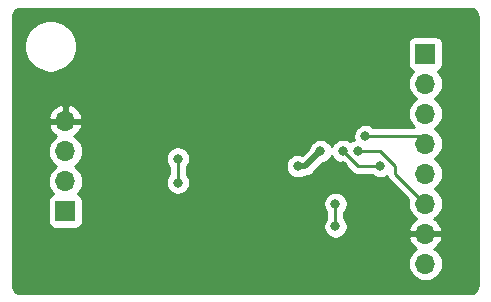
<source format=gbl>
G04 #@! TF.GenerationSoftware,KiCad,Pcbnew,(5.1.4)-1*
G04 #@! TF.CreationDate,2020-05-30T22:46:28-05:00*
G04 #@! TF.ProjectId,TrackballMod,54726163-6b62-4616-9c6c-4d6f642e6b69,rev?*
G04 #@! TF.SameCoordinates,Original*
G04 #@! TF.FileFunction,Copper,L2,Bot*
G04 #@! TF.FilePolarity,Positive*
%FSLAX46Y46*%
G04 Gerber Fmt 4.6, Leading zero omitted, Abs format (unit mm)*
G04 Created by KiCad (PCBNEW (5.1.4)-1) date 2020-05-30 22:46:28*
%MOMM*%
%LPD*%
G04 APERTURE LIST*
%ADD10O,1.700000X1.700000*%
%ADD11R,1.700000X1.700000*%
%ADD12C,0.800000*%
%ADD13C,0.500000*%
%ADD14C,0.250000*%
%ADD15C,0.254000*%
G04 APERTURE END LIST*
D10*
X88900000Y-58420000D03*
X88900000Y-60960000D03*
X88900000Y-63500000D03*
D11*
X88900000Y-66040000D03*
D10*
X119380000Y-70485000D03*
X119380000Y-67945000D03*
X119380000Y-65405000D03*
X119380000Y-62865000D03*
X119380000Y-60325000D03*
X119380000Y-57785000D03*
X119380000Y-55245000D03*
D11*
X119380000Y-52705000D03*
D12*
X103505000Y-60960000D03*
X106045000Y-64770000D03*
X114935000Y-54610000D03*
X111760000Y-54610000D03*
X112395000Y-62230000D03*
X102870000Y-69850000D03*
X110490000Y-72390000D03*
X95250000Y-72390000D03*
X92710000Y-57150000D03*
X108585000Y-54610000D03*
X108585000Y-60960000D03*
X95250000Y-53340000D03*
X108585000Y-62230000D03*
X110490000Y-60960000D03*
X98425000Y-61595000D03*
X98425000Y-63630000D03*
X111760000Y-67329742D03*
X111768168Y-65429732D03*
X113665001Y-60960000D03*
X112395000Y-60960000D03*
X115570000Y-62230000D03*
X114300000Y-59690000D03*
D13*
X108585000Y-62230000D02*
X109220000Y-62230000D01*
X109220000Y-62230000D02*
X110490000Y-60960000D01*
D14*
X98425000Y-61595000D02*
X98425000Y-63630000D01*
X111760000Y-65437900D02*
X111768168Y-65429732D01*
X111760000Y-67329742D02*
X111760000Y-65437900D01*
X115570000Y-60960000D02*
X113665001Y-60960000D01*
X115570000Y-60960000D02*
X116840000Y-62230000D01*
X116840000Y-62865000D02*
X119380000Y-65405000D01*
X116840000Y-62230000D02*
X116840000Y-62865000D01*
X112395000Y-60960000D02*
X113665000Y-62230000D01*
X113665000Y-62230000D02*
X115570000Y-62230000D01*
X118745000Y-59690000D02*
X119380000Y-60325000D01*
X114300000Y-59690000D02*
X118745000Y-59690000D01*
D15*
G36*
X123307869Y-48934722D02*
G01*
X123421246Y-48968953D01*
X123525819Y-49024555D01*
X123617596Y-49099407D01*
X123693091Y-49190664D01*
X123749419Y-49294844D01*
X123784440Y-49407976D01*
X123800001Y-49556031D01*
X123800000Y-72357721D01*
X123785278Y-72507869D01*
X123751047Y-72621246D01*
X123695446Y-72725817D01*
X123620594Y-72817595D01*
X123529335Y-72893091D01*
X123425160Y-72949419D01*
X123312024Y-72984440D01*
X123163979Y-73000000D01*
X85122279Y-73000000D01*
X84972131Y-72985278D01*
X84858754Y-72951047D01*
X84754183Y-72895446D01*
X84662405Y-72820594D01*
X84586909Y-72729335D01*
X84530581Y-72625160D01*
X84495560Y-72512024D01*
X84480000Y-72363979D01*
X84480000Y-70485000D01*
X117887815Y-70485000D01*
X117916487Y-70776111D01*
X118001401Y-71056034D01*
X118139294Y-71314014D01*
X118324866Y-71540134D01*
X118550986Y-71725706D01*
X118808966Y-71863599D01*
X119088889Y-71948513D01*
X119307050Y-71970000D01*
X119452950Y-71970000D01*
X119671111Y-71948513D01*
X119951034Y-71863599D01*
X120209014Y-71725706D01*
X120435134Y-71540134D01*
X120620706Y-71314014D01*
X120758599Y-71056034D01*
X120843513Y-70776111D01*
X120872185Y-70485000D01*
X120843513Y-70193889D01*
X120758599Y-69913966D01*
X120620706Y-69655986D01*
X120435134Y-69429866D01*
X120209014Y-69244294D01*
X120144477Y-69209799D01*
X120261355Y-69140178D01*
X120477588Y-68945269D01*
X120651641Y-68711920D01*
X120776825Y-68449099D01*
X120821476Y-68301890D01*
X120700155Y-68072000D01*
X119507000Y-68072000D01*
X119507000Y-68092000D01*
X119253000Y-68092000D01*
X119253000Y-68072000D01*
X118059845Y-68072000D01*
X117938524Y-68301890D01*
X117983175Y-68449099D01*
X118108359Y-68711920D01*
X118282412Y-68945269D01*
X118498645Y-69140178D01*
X118615523Y-69209799D01*
X118550986Y-69244294D01*
X118324866Y-69429866D01*
X118139294Y-69655986D01*
X118001401Y-69913966D01*
X117916487Y-70193889D01*
X117887815Y-70485000D01*
X84480000Y-70485000D01*
X84480000Y-60960000D01*
X87407815Y-60960000D01*
X87436487Y-61251111D01*
X87521401Y-61531034D01*
X87659294Y-61789014D01*
X87844866Y-62015134D01*
X88070986Y-62200706D01*
X88125791Y-62230000D01*
X88070986Y-62259294D01*
X87844866Y-62444866D01*
X87659294Y-62670986D01*
X87521401Y-62928966D01*
X87436487Y-63208889D01*
X87407815Y-63500000D01*
X87436487Y-63791111D01*
X87521401Y-64071034D01*
X87659294Y-64329014D01*
X87844866Y-64555134D01*
X87874687Y-64579607D01*
X87805820Y-64600498D01*
X87695506Y-64659463D01*
X87598815Y-64738815D01*
X87519463Y-64835506D01*
X87460498Y-64945820D01*
X87424188Y-65065518D01*
X87411928Y-65190000D01*
X87411928Y-66890000D01*
X87424188Y-67014482D01*
X87460498Y-67134180D01*
X87519463Y-67244494D01*
X87598815Y-67341185D01*
X87695506Y-67420537D01*
X87805820Y-67479502D01*
X87925518Y-67515812D01*
X88050000Y-67528072D01*
X89750000Y-67528072D01*
X89874482Y-67515812D01*
X89994180Y-67479502D01*
X90104494Y-67420537D01*
X90201185Y-67341185D01*
X90280537Y-67244494D01*
X90289458Y-67227803D01*
X110725000Y-67227803D01*
X110725000Y-67431681D01*
X110764774Y-67631640D01*
X110842795Y-67819998D01*
X110956063Y-67989516D01*
X111100226Y-68133679D01*
X111269744Y-68246947D01*
X111458102Y-68324968D01*
X111658061Y-68364742D01*
X111861939Y-68364742D01*
X112061898Y-68324968D01*
X112250256Y-68246947D01*
X112419774Y-68133679D01*
X112563937Y-67989516D01*
X112677205Y-67819998D01*
X112755226Y-67631640D01*
X112795000Y-67431681D01*
X112795000Y-67227803D01*
X112755226Y-67027844D01*
X112677205Y-66839486D01*
X112563937Y-66669968D01*
X112520000Y-66626031D01*
X112520000Y-66141611D01*
X112572105Y-66089506D01*
X112685373Y-65919988D01*
X112763394Y-65731630D01*
X112803168Y-65531671D01*
X112803168Y-65327793D01*
X112763394Y-65127834D01*
X112685373Y-64939476D01*
X112572105Y-64769958D01*
X112427942Y-64625795D01*
X112258424Y-64512527D01*
X112070066Y-64434506D01*
X111870107Y-64394732D01*
X111666229Y-64394732D01*
X111466270Y-64434506D01*
X111277912Y-64512527D01*
X111108394Y-64625795D01*
X110964231Y-64769958D01*
X110850963Y-64939476D01*
X110772942Y-65127834D01*
X110733168Y-65327793D01*
X110733168Y-65531671D01*
X110772942Y-65731630D01*
X110850963Y-65919988D01*
X110964231Y-66089506D01*
X111000001Y-66125276D01*
X111000000Y-66626031D01*
X110956063Y-66669968D01*
X110842795Y-66839486D01*
X110764774Y-67027844D01*
X110725000Y-67227803D01*
X90289458Y-67227803D01*
X90339502Y-67134180D01*
X90375812Y-67014482D01*
X90388072Y-66890000D01*
X90388072Y-65190000D01*
X90375812Y-65065518D01*
X90339502Y-64945820D01*
X90280537Y-64835506D01*
X90201185Y-64738815D01*
X90104494Y-64659463D01*
X89994180Y-64600498D01*
X89925313Y-64579607D01*
X89955134Y-64555134D01*
X90140706Y-64329014D01*
X90278599Y-64071034D01*
X90363513Y-63791111D01*
X90392185Y-63500000D01*
X90363513Y-63208889D01*
X90278599Y-62928966D01*
X90140706Y-62670986D01*
X89955134Y-62444866D01*
X89729014Y-62259294D01*
X89674209Y-62230000D01*
X89729014Y-62200706D01*
X89955134Y-62015134D01*
X90140706Y-61789014D01*
X90278599Y-61531034D01*
X90290118Y-61493061D01*
X97390000Y-61493061D01*
X97390000Y-61696939D01*
X97429774Y-61896898D01*
X97507795Y-62085256D01*
X97621063Y-62254774D01*
X97665000Y-62298711D01*
X97665001Y-62926288D01*
X97621063Y-62970226D01*
X97507795Y-63139744D01*
X97429774Y-63328102D01*
X97390000Y-63528061D01*
X97390000Y-63731939D01*
X97429774Y-63931898D01*
X97507795Y-64120256D01*
X97621063Y-64289774D01*
X97765226Y-64433937D01*
X97934744Y-64547205D01*
X98123102Y-64625226D01*
X98323061Y-64665000D01*
X98526939Y-64665000D01*
X98726898Y-64625226D01*
X98915256Y-64547205D01*
X99084774Y-64433937D01*
X99228937Y-64289774D01*
X99342205Y-64120256D01*
X99420226Y-63931898D01*
X99460000Y-63731939D01*
X99460000Y-63528061D01*
X99420226Y-63328102D01*
X99342205Y-63139744D01*
X99228937Y-62970226D01*
X99185000Y-62926289D01*
X99185000Y-62298711D01*
X99228937Y-62254774D01*
X99313603Y-62128061D01*
X107550000Y-62128061D01*
X107550000Y-62331939D01*
X107589774Y-62531898D01*
X107667795Y-62720256D01*
X107781063Y-62889774D01*
X107925226Y-63033937D01*
X108094744Y-63147205D01*
X108283102Y-63225226D01*
X108483061Y-63265000D01*
X108686939Y-63265000D01*
X108886898Y-63225226D01*
X109075256Y-63147205D01*
X109123454Y-63115000D01*
X109176531Y-63115000D01*
X109220000Y-63119281D01*
X109263469Y-63115000D01*
X109263477Y-63115000D01*
X109393490Y-63102195D01*
X109560313Y-63051589D01*
X109714059Y-62969411D01*
X109848817Y-62858817D01*
X109876534Y-62825044D01*
X110735044Y-61966535D01*
X110791898Y-61955226D01*
X110980256Y-61877205D01*
X111149774Y-61763937D01*
X111293937Y-61619774D01*
X111407205Y-61450256D01*
X111442500Y-61365047D01*
X111477795Y-61450256D01*
X111591063Y-61619774D01*
X111735226Y-61763937D01*
X111904744Y-61877205D01*
X112093102Y-61955226D01*
X112293061Y-61995000D01*
X112355199Y-61995000D01*
X113101201Y-62741003D01*
X113124999Y-62770001D01*
X113240724Y-62864974D01*
X113372753Y-62935546D01*
X113516014Y-62979003D01*
X113627667Y-62990000D01*
X113627676Y-62990000D01*
X113664999Y-62993676D01*
X113702322Y-62990000D01*
X114866289Y-62990000D01*
X114910226Y-63033937D01*
X115079744Y-63147205D01*
X115268102Y-63225226D01*
X115468061Y-63265000D01*
X115671939Y-63265000D01*
X115871898Y-63225226D01*
X116060256Y-63147205D01*
X116119417Y-63107675D01*
X116134454Y-63157247D01*
X116159037Y-63203236D01*
X116205026Y-63289276D01*
X116276201Y-63376002D01*
X116300000Y-63405001D01*
X116328998Y-63428799D01*
X117939203Y-65039005D01*
X117916487Y-65113889D01*
X117887815Y-65405000D01*
X117916487Y-65696111D01*
X118001401Y-65976034D01*
X118139294Y-66234014D01*
X118324866Y-66460134D01*
X118550986Y-66645706D01*
X118615523Y-66680201D01*
X118498645Y-66749822D01*
X118282412Y-66944731D01*
X118108359Y-67178080D01*
X117983175Y-67440901D01*
X117938524Y-67588110D01*
X118059845Y-67818000D01*
X119253000Y-67818000D01*
X119253000Y-67798000D01*
X119507000Y-67798000D01*
X119507000Y-67818000D01*
X120700155Y-67818000D01*
X120821476Y-67588110D01*
X120776825Y-67440901D01*
X120651641Y-67178080D01*
X120477588Y-66944731D01*
X120261355Y-66749822D01*
X120144477Y-66680201D01*
X120209014Y-66645706D01*
X120435134Y-66460134D01*
X120620706Y-66234014D01*
X120758599Y-65976034D01*
X120843513Y-65696111D01*
X120872185Y-65405000D01*
X120843513Y-65113889D01*
X120758599Y-64833966D01*
X120620706Y-64575986D01*
X120435134Y-64349866D01*
X120209014Y-64164294D01*
X120154209Y-64135000D01*
X120209014Y-64105706D01*
X120435134Y-63920134D01*
X120620706Y-63694014D01*
X120758599Y-63436034D01*
X120843513Y-63156111D01*
X120872185Y-62865000D01*
X120843513Y-62573889D01*
X120758599Y-62293966D01*
X120620706Y-62035986D01*
X120435134Y-61809866D01*
X120209014Y-61624294D01*
X120154209Y-61595000D01*
X120209014Y-61565706D01*
X120435134Y-61380134D01*
X120620706Y-61154014D01*
X120758599Y-60896034D01*
X120843513Y-60616111D01*
X120872185Y-60325000D01*
X120843513Y-60033889D01*
X120758599Y-59753966D01*
X120620706Y-59495986D01*
X120435134Y-59269866D01*
X120209014Y-59084294D01*
X120154209Y-59055000D01*
X120209014Y-59025706D01*
X120435134Y-58840134D01*
X120620706Y-58614014D01*
X120758599Y-58356034D01*
X120843513Y-58076111D01*
X120872185Y-57785000D01*
X120843513Y-57493889D01*
X120758599Y-57213966D01*
X120620706Y-56955986D01*
X120435134Y-56729866D01*
X120209014Y-56544294D01*
X120154209Y-56515000D01*
X120209014Y-56485706D01*
X120435134Y-56300134D01*
X120620706Y-56074014D01*
X120758599Y-55816034D01*
X120843513Y-55536111D01*
X120872185Y-55245000D01*
X120843513Y-54953889D01*
X120758599Y-54673966D01*
X120620706Y-54415986D01*
X120435134Y-54189866D01*
X120405313Y-54165393D01*
X120474180Y-54144502D01*
X120584494Y-54085537D01*
X120681185Y-54006185D01*
X120760537Y-53909494D01*
X120819502Y-53799180D01*
X120855812Y-53679482D01*
X120868072Y-53555000D01*
X120868072Y-51855000D01*
X120855812Y-51730518D01*
X120819502Y-51610820D01*
X120760537Y-51500506D01*
X120681185Y-51403815D01*
X120584494Y-51324463D01*
X120474180Y-51265498D01*
X120354482Y-51229188D01*
X120230000Y-51216928D01*
X118530000Y-51216928D01*
X118405518Y-51229188D01*
X118285820Y-51265498D01*
X118175506Y-51324463D01*
X118078815Y-51403815D01*
X117999463Y-51500506D01*
X117940498Y-51610820D01*
X117904188Y-51730518D01*
X117891928Y-51855000D01*
X117891928Y-53555000D01*
X117904188Y-53679482D01*
X117940498Y-53799180D01*
X117999463Y-53909494D01*
X118078815Y-54006185D01*
X118175506Y-54085537D01*
X118285820Y-54144502D01*
X118354687Y-54165393D01*
X118324866Y-54189866D01*
X118139294Y-54415986D01*
X118001401Y-54673966D01*
X117916487Y-54953889D01*
X117887815Y-55245000D01*
X117916487Y-55536111D01*
X118001401Y-55816034D01*
X118139294Y-56074014D01*
X118324866Y-56300134D01*
X118550986Y-56485706D01*
X118605791Y-56515000D01*
X118550986Y-56544294D01*
X118324866Y-56729866D01*
X118139294Y-56955986D01*
X118001401Y-57213966D01*
X117916487Y-57493889D01*
X117887815Y-57785000D01*
X117916487Y-58076111D01*
X118001401Y-58356034D01*
X118139294Y-58614014D01*
X118324866Y-58840134D01*
X118434368Y-58930000D01*
X115003711Y-58930000D01*
X114959774Y-58886063D01*
X114790256Y-58772795D01*
X114601898Y-58694774D01*
X114401939Y-58655000D01*
X114198061Y-58655000D01*
X113998102Y-58694774D01*
X113809744Y-58772795D01*
X113640226Y-58886063D01*
X113496063Y-59030226D01*
X113382795Y-59199744D01*
X113304774Y-59388102D01*
X113265000Y-59588061D01*
X113265000Y-59791939D01*
X113304229Y-59989160D01*
X113174745Y-60042795D01*
X113030001Y-60139510D01*
X112885256Y-60042795D01*
X112696898Y-59964774D01*
X112496939Y-59925000D01*
X112293061Y-59925000D01*
X112093102Y-59964774D01*
X111904744Y-60042795D01*
X111735226Y-60156063D01*
X111591063Y-60300226D01*
X111477795Y-60469744D01*
X111442500Y-60554953D01*
X111407205Y-60469744D01*
X111293937Y-60300226D01*
X111149774Y-60156063D01*
X110980256Y-60042795D01*
X110791898Y-59964774D01*
X110591939Y-59925000D01*
X110388061Y-59925000D01*
X110188102Y-59964774D01*
X109999744Y-60042795D01*
X109830226Y-60156063D01*
X109686063Y-60300226D01*
X109572795Y-60469744D01*
X109494774Y-60658102D01*
X109483465Y-60714956D01*
X108941168Y-61257254D01*
X108886898Y-61234774D01*
X108686939Y-61195000D01*
X108483061Y-61195000D01*
X108283102Y-61234774D01*
X108094744Y-61312795D01*
X107925226Y-61426063D01*
X107781063Y-61570226D01*
X107667795Y-61739744D01*
X107589774Y-61928102D01*
X107550000Y-62128061D01*
X99313603Y-62128061D01*
X99342205Y-62085256D01*
X99420226Y-61896898D01*
X99460000Y-61696939D01*
X99460000Y-61493061D01*
X99420226Y-61293102D01*
X99342205Y-61104744D01*
X99228937Y-60935226D01*
X99084774Y-60791063D01*
X98915256Y-60677795D01*
X98726898Y-60599774D01*
X98526939Y-60560000D01*
X98323061Y-60560000D01*
X98123102Y-60599774D01*
X97934744Y-60677795D01*
X97765226Y-60791063D01*
X97621063Y-60935226D01*
X97507795Y-61104744D01*
X97429774Y-61293102D01*
X97390000Y-61493061D01*
X90290118Y-61493061D01*
X90363513Y-61251111D01*
X90392185Y-60960000D01*
X90363513Y-60668889D01*
X90278599Y-60388966D01*
X90140706Y-60130986D01*
X89955134Y-59904866D01*
X89729014Y-59719294D01*
X89664477Y-59684799D01*
X89781355Y-59615178D01*
X89997588Y-59420269D01*
X90171641Y-59186920D01*
X90296825Y-58924099D01*
X90341476Y-58776890D01*
X90220155Y-58547000D01*
X89027000Y-58547000D01*
X89027000Y-58567000D01*
X88773000Y-58567000D01*
X88773000Y-58547000D01*
X87579845Y-58547000D01*
X87458524Y-58776890D01*
X87503175Y-58924099D01*
X87628359Y-59186920D01*
X87802412Y-59420269D01*
X88018645Y-59615178D01*
X88135523Y-59684799D01*
X88070986Y-59719294D01*
X87844866Y-59904866D01*
X87659294Y-60130986D01*
X87521401Y-60388966D01*
X87436487Y-60668889D01*
X87407815Y-60960000D01*
X84480000Y-60960000D01*
X84480000Y-58063110D01*
X87458524Y-58063110D01*
X87579845Y-58293000D01*
X88773000Y-58293000D01*
X88773000Y-57099186D01*
X89027000Y-57099186D01*
X89027000Y-58293000D01*
X90220155Y-58293000D01*
X90341476Y-58063110D01*
X90296825Y-57915901D01*
X90171641Y-57653080D01*
X89997588Y-57419731D01*
X89781355Y-57224822D01*
X89531252Y-57075843D01*
X89256891Y-56978519D01*
X89027000Y-57099186D01*
X88773000Y-57099186D01*
X88543109Y-56978519D01*
X88268748Y-57075843D01*
X88018645Y-57224822D01*
X87802412Y-57419731D01*
X87628359Y-57653080D01*
X87503175Y-57915901D01*
X87458524Y-58063110D01*
X84480000Y-58063110D01*
X84480000Y-51849872D01*
X85395000Y-51849872D01*
X85395000Y-52290128D01*
X85480890Y-52721925D01*
X85649369Y-53128669D01*
X85893962Y-53494729D01*
X86205271Y-53806038D01*
X86571331Y-54050631D01*
X86978075Y-54219110D01*
X87409872Y-54305000D01*
X87850128Y-54305000D01*
X88281925Y-54219110D01*
X88688669Y-54050631D01*
X89054729Y-53806038D01*
X89366038Y-53494729D01*
X89610631Y-53128669D01*
X89779110Y-52721925D01*
X89865000Y-52290128D01*
X89865000Y-51849872D01*
X89779110Y-51418075D01*
X89610631Y-51011331D01*
X89366038Y-50645271D01*
X89054729Y-50333962D01*
X88688669Y-50089369D01*
X88281925Y-49920890D01*
X87850128Y-49835000D01*
X87409872Y-49835000D01*
X86978075Y-49920890D01*
X86571331Y-50089369D01*
X86205271Y-50333962D01*
X85893962Y-50645271D01*
X85649369Y-51011331D01*
X85480890Y-51418075D01*
X85395000Y-51849872D01*
X84480000Y-51849872D01*
X84480000Y-49562279D01*
X84494722Y-49412131D01*
X84528953Y-49298754D01*
X84584555Y-49194181D01*
X84659407Y-49102404D01*
X84750664Y-49026909D01*
X84854844Y-48970581D01*
X84967976Y-48935560D01*
X85116022Y-48920000D01*
X123157721Y-48920000D01*
X123307869Y-48934722D01*
X123307869Y-48934722D01*
G37*
X123307869Y-48934722D02*
X123421246Y-48968953D01*
X123525819Y-49024555D01*
X123617596Y-49099407D01*
X123693091Y-49190664D01*
X123749419Y-49294844D01*
X123784440Y-49407976D01*
X123800001Y-49556031D01*
X123800000Y-72357721D01*
X123785278Y-72507869D01*
X123751047Y-72621246D01*
X123695446Y-72725817D01*
X123620594Y-72817595D01*
X123529335Y-72893091D01*
X123425160Y-72949419D01*
X123312024Y-72984440D01*
X123163979Y-73000000D01*
X85122279Y-73000000D01*
X84972131Y-72985278D01*
X84858754Y-72951047D01*
X84754183Y-72895446D01*
X84662405Y-72820594D01*
X84586909Y-72729335D01*
X84530581Y-72625160D01*
X84495560Y-72512024D01*
X84480000Y-72363979D01*
X84480000Y-70485000D01*
X117887815Y-70485000D01*
X117916487Y-70776111D01*
X118001401Y-71056034D01*
X118139294Y-71314014D01*
X118324866Y-71540134D01*
X118550986Y-71725706D01*
X118808966Y-71863599D01*
X119088889Y-71948513D01*
X119307050Y-71970000D01*
X119452950Y-71970000D01*
X119671111Y-71948513D01*
X119951034Y-71863599D01*
X120209014Y-71725706D01*
X120435134Y-71540134D01*
X120620706Y-71314014D01*
X120758599Y-71056034D01*
X120843513Y-70776111D01*
X120872185Y-70485000D01*
X120843513Y-70193889D01*
X120758599Y-69913966D01*
X120620706Y-69655986D01*
X120435134Y-69429866D01*
X120209014Y-69244294D01*
X120144477Y-69209799D01*
X120261355Y-69140178D01*
X120477588Y-68945269D01*
X120651641Y-68711920D01*
X120776825Y-68449099D01*
X120821476Y-68301890D01*
X120700155Y-68072000D01*
X119507000Y-68072000D01*
X119507000Y-68092000D01*
X119253000Y-68092000D01*
X119253000Y-68072000D01*
X118059845Y-68072000D01*
X117938524Y-68301890D01*
X117983175Y-68449099D01*
X118108359Y-68711920D01*
X118282412Y-68945269D01*
X118498645Y-69140178D01*
X118615523Y-69209799D01*
X118550986Y-69244294D01*
X118324866Y-69429866D01*
X118139294Y-69655986D01*
X118001401Y-69913966D01*
X117916487Y-70193889D01*
X117887815Y-70485000D01*
X84480000Y-70485000D01*
X84480000Y-60960000D01*
X87407815Y-60960000D01*
X87436487Y-61251111D01*
X87521401Y-61531034D01*
X87659294Y-61789014D01*
X87844866Y-62015134D01*
X88070986Y-62200706D01*
X88125791Y-62230000D01*
X88070986Y-62259294D01*
X87844866Y-62444866D01*
X87659294Y-62670986D01*
X87521401Y-62928966D01*
X87436487Y-63208889D01*
X87407815Y-63500000D01*
X87436487Y-63791111D01*
X87521401Y-64071034D01*
X87659294Y-64329014D01*
X87844866Y-64555134D01*
X87874687Y-64579607D01*
X87805820Y-64600498D01*
X87695506Y-64659463D01*
X87598815Y-64738815D01*
X87519463Y-64835506D01*
X87460498Y-64945820D01*
X87424188Y-65065518D01*
X87411928Y-65190000D01*
X87411928Y-66890000D01*
X87424188Y-67014482D01*
X87460498Y-67134180D01*
X87519463Y-67244494D01*
X87598815Y-67341185D01*
X87695506Y-67420537D01*
X87805820Y-67479502D01*
X87925518Y-67515812D01*
X88050000Y-67528072D01*
X89750000Y-67528072D01*
X89874482Y-67515812D01*
X89994180Y-67479502D01*
X90104494Y-67420537D01*
X90201185Y-67341185D01*
X90280537Y-67244494D01*
X90289458Y-67227803D01*
X110725000Y-67227803D01*
X110725000Y-67431681D01*
X110764774Y-67631640D01*
X110842795Y-67819998D01*
X110956063Y-67989516D01*
X111100226Y-68133679D01*
X111269744Y-68246947D01*
X111458102Y-68324968D01*
X111658061Y-68364742D01*
X111861939Y-68364742D01*
X112061898Y-68324968D01*
X112250256Y-68246947D01*
X112419774Y-68133679D01*
X112563937Y-67989516D01*
X112677205Y-67819998D01*
X112755226Y-67631640D01*
X112795000Y-67431681D01*
X112795000Y-67227803D01*
X112755226Y-67027844D01*
X112677205Y-66839486D01*
X112563937Y-66669968D01*
X112520000Y-66626031D01*
X112520000Y-66141611D01*
X112572105Y-66089506D01*
X112685373Y-65919988D01*
X112763394Y-65731630D01*
X112803168Y-65531671D01*
X112803168Y-65327793D01*
X112763394Y-65127834D01*
X112685373Y-64939476D01*
X112572105Y-64769958D01*
X112427942Y-64625795D01*
X112258424Y-64512527D01*
X112070066Y-64434506D01*
X111870107Y-64394732D01*
X111666229Y-64394732D01*
X111466270Y-64434506D01*
X111277912Y-64512527D01*
X111108394Y-64625795D01*
X110964231Y-64769958D01*
X110850963Y-64939476D01*
X110772942Y-65127834D01*
X110733168Y-65327793D01*
X110733168Y-65531671D01*
X110772942Y-65731630D01*
X110850963Y-65919988D01*
X110964231Y-66089506D01*
X111000001Y-66125276D01*
X111000000Y-66626031D01*
X110956063Y-66669968D01*
X110842795Y-66839486D01*
X110764774Y-67027844D01*
X110725000Y-67227803D01*
X90289458Y-67227803D01*
X90339502Y-67134180D01*
X90375812Y-67014482D01*
X90388072Y-66890000D01*
X90388072Y-65190000D01*
X90375812Y-65065518D01*
X90339502Y-64945820D01*
X90280537Y-64835506D01*
X90201185Y-64738815D01*
X90104494Y-64659463D01*
X89994180Y-64600498D01*
X89925313Y-64579607D01*
X89955134Y-64555134D01*
X90140706Y-64329014D01*
X90278599Y-64071034D01*
X90363513Y-63791111D01*
X90392185Y-63500000D01*
X90363513Y-63208889D01*
X90278599Y-62928966D01*
X90140706Y-62670986D01*
X89955134Y-62444866D01*
X89729014Y-62259294D01*
X89674209Y-62230000D01*
X89729014Y-62200706D01*
X89955134Y-62015134D01*
X90140706Y-61789014D01*
X90278599Y-61531034D01*
X90290118Y-61493061D01*
X97390000Y-61493061D01*
X97390000Y-61696939D01*
X97429774Y-61896898D01*
X97507795Y-62085256D01*
X97621063Y-62254774D01*
X97665000Y-62298711D01*
X97665001Y-62926288D01*
X97621063Y-62970226D01*
X97507795Y-63139744D01*
X97429774Y-63328102D01*
X97390000Y-63528061D01*
X97390000Y-63731939D01*
X97429774Y-63931898D01*
X97507795Y-64120256D01*
X97621063Y-64289774D01*
X97765226Y-64433937D01*
X97934744Y-64547205D01*
X98123102Y-64625226D01*
X98323061Y-64665000D01*
X98526939Y-64665000D01*
X98726898Y-64625226D01*
X98915256Y-64547205D01*
X99084774Y-64433937D01*
X99228937Y-64289774D01*
X99342205Y-64120256D01*
X99420226Y-63931898D01*
X99460000Y-63731939D01*
X99460000Y-63528061D01*
X99420226Y-63328102D01*
X99342205Y-63139744D01*
X99228937Y-62970226D01*
X99185000Y-62926289D01*
X99185000Y-62298711D01*
X99228937Y-62254774D01*
X99313603Y-62128061D01*
X107550000Y-62128061D01*
X107550000Y-62331939D01*
X107589774Y-62531898D01*
X107667795Y-62720256D01*
X107781063Y-62889774D01*
X107925226Y-63033937D01*
X108094744Y-63147205D01*
X108283102Y-63225226D01*
X108483061Y-63265000D01*
X108686939Y-63265000D01*
X108886898Y-63225226D01*
X109075256Y-63147205D01*
X109123454Y-63115000D01*
X109176531Y-63115000D01*
X109220000Y-63119281D01*
X109263469Y-63115000D01*
X109263477Y-63115000D01*
X109393490Y-63102195D01*
X109560313Y-63051589D01*
X109714059Y-62969411D01*
X109848817Y-62858817D01*
X109876534Y-62825044D01*
X110735044Y-61966535D01*
X110791898Y-61955226D01*
X110980256Y-61877205D01*
X111149774Y-61763937D01*
X111293937Y-61619774D01*
X111407205Y-61450256D01*
X111442500Y-61365047D01*
X111477795Y-61450256D01*
X111591063Y-61619774D01*
X111735226Y-61763937D01*
X111904744Y-61877205D01*
X112093102Y-61955226D01*
X112293061Y-61995000D01*
X112355199Y-61995000D01*
X113101201Y-62741003D01*
X113124999Y-62770001D01*
X113240724Y-62864974D01*
X113372753Y-62935546D01*
X113516014Y-62979003D01*
X113627667Y-62990000D01*
X113627676Y-62990000D01*
X113664999Y-62993676D01*
X113702322Y-62990000D01*
X114866289Y-62990000D01*
X114910226Y-63033937D01*
X115079744Y-63147205D01*
X115268102Y-63225226D01*
X115468061Y-63265000D01*
X115671939Y-63265000D01*
X115871898Y-63225226D01*
X116060256Y-63147205D01*
X116119417Y-63107675D01*
X116134454Y-63157247D01*
X116159037Y-63203236D01*
X116205026Y-63289276D01*
X116276201Y-63376002D01*
X116300000Y-63405001D01*
X116328998Y-63428799D01*
X117939203Y-65039005D01*
X117916487Y-65113889D01*
X117887815Y-65405000D01*
X117916487Y-65696111D01*
X118001401Y-65976034D01*
X118139294Y-66234014D01*
X118324866Y-66460134D01*
X118550986Y-66645706D01*
X118615523Y-66680201D01*
X118498645Y-66749822D01*
X118282412Y-66944731D01*
X118108359Y-67178080D01*
X117983175Y-67440901D01*
X117938524Y-67588110D01*
X118059845Y-67818000D01*
X119253000Y-67818000D01*
X119253000Y-67798000D01*
X119507000Y-67798000D01*
X119507000Y-67818000D01*
X120700155Y-67818000D01*
X120821476Y-67588110D01*
X120776825Y-67440901D01*
X120651641Y-67178080D01*
X120477588Y-66944731D01*
X120261355Y-66749822D01*
X120144477Y-66680201D01*
X120209014Y-66645706D01*
X120435134Y-66460134D01*
X120620706Y-66234014D01*
X120758599Y-65976034D01*
X120843513Y-65696111D01*
X120872185Y-65405000D01*
X120843513Y-65113889D01*
X120758599Y-64833966D01*
X120620706Y-64575986D01*
X120435134Y-64349866D01*
X120209014Y-64164294D01*
X120154209Y-64135000D01*
X120209014Y-64105706D01*
X120435134Y-63920134D01*
X120620706Y-63694014D01*
X120758599Y-63436034D01*
X120843513Y-63156111D01*
X120872185Y-62865000D01*
X120843513Y-62573889D01*
X120758599Y-62293966D01*
X120620706Y-62035986D01*
X120435134Y-61809866D01*
X120209014Y-61624294D01*
X120154209Y-61595000D01*
X120209014Y-61565706D01*
X120435134Y-61380134D01*
X120620706Y-61154014D01*
X120758599Y-60896034D01*
X120843513Y-60616111D01*
X120872185Y-60325000D01*
X120843513Y-60033889D01*
X120758599Y-59753966D01*
X120620706Y-59495986D01*
X120435134Y-59269866D01*
X120209014Y-59084294D01*
X120154209Y-59055000D01*
X120209014Y-59025706D01*
X120435134Y-58840134D01*
X120620706Y-58614014D01*
X120758599Y-58356034D01*
X120843513Y-58076111D01*
X120872185Y-57785000D01*
X120843513Y-57493889D01*
X120758599Y-57213966D01*
X120620706Y-56955986D01*
X120435134Y-56729866D01*
X120209014Y-56544294D01*
X120154209Y-56515000D01*
X120209014Y-56485706D01*
X120435134Y-56300134D01*
X120620706Y-56074014D01*
X120758599Y-55816034D01*
X120843513Y-55536111D01*
X120872185Y-55245000D01*
X120843513Y-54953889D01*
X120758599Y-54673966D01*
X120620706Y-54415986D01*
X120435134Y-54189866D01*
X120405313Y-54165393D01*
X120474180Y-54144502D01*
X120584494Y-54085537D01*
X120681185Y-54006185D01*
X120760537Y-53909494D01*
X120819502Y-53799180D01*
X120855812Y-53679482D01*
X120868072Y-53555000D01*
X120868072Y-51855000D01*
X120855812Y-51730518D01*
X120819502Y-51610820D01*
X120760537Y-51500506D01*
X120681185Y-51403815D01*
X120584494Y-51324463D01*
X120474180Y-51265498D01*
X120354482Y-51229188D01*
X120230000Y-51216928D01*
X118530000Y-51216928D01*
X118405518Y-51229188D01*
X118285820Y-51265498D01*
X118175506Y-51324463D01*
X118078815Y-51403815D01*
X117999463Y-51500506D01*
X117940498Y-51610820D01*
X117904188Y-51730518D01*
X117891928Y-51855000D01*
X117891928Y-53555000D01*
X117904188Y-53679482D01*
X117940498Y-53799180D01*
X117999463Y-53909494D01*
X118078815Y-54006185D01*
X118175506Y-54085537D01*
X118285820Y-54144502D01*
X118354687Y-54165393D01*
X118324866Y-54189866D01*
X118139294Y-54415986D01*
X118001401Y-54673966D01*
X117916487Y-54953889D01*
X117887815Y-55245000D01*
X117916487Y-55536111D01*
X118001401Y-55816034D01*
X118139294Y-56074014D01*
X118324866Y-56300134D01*
X118550986Y-56485706D01*
X118605791Y-56515000D01*
X118550986Y-56544294D01*
X118324866Y-56729866D01*
X118139294Y-56955986D01*
X118001401Y-57213966D01*
X117916487Y-57493889D01*
X117887815Y-57785000D01*
X117916487Y-58076111D01*
X118001401Y-58356034D01*
X118139294Y-58614014D01*
X118324866Y-58840134D01*
X118434368Y-58930000D01*
X115003711Y-58930000D01*
X114959774Y-58886063D01*
X114790256Y-58772795D01*
X114601898Y-58694774D01*
X114401939Y-58655000D01*
X114198061Y-58655000D01*
X113998102Y-58694774D01*
X113809744Y-58772795D01*
X113640226Y-58886063D01*
X113496063Y-59030226D01*
X113382795Y-59199744D01*
X113304774Y-59388102D01*
X113265000Y-59588061D01*
X113265000Y-59791939D01*
X113304229Y-59989160D01*
X113174745Y-60042795D01*
X113030001Y-60139510D01*
X112885256Y-60042795D01*
X112696898Y-59964774D01*
X112496939Y-59925000D01*
X112293061Y-59925000D01*
X112093102Y-59964774D01*
X111904744Y-60042795D01*
X111735226Y-60156063D01*
X111591063Y-60300226D01*
X111477795Y-60469744D01*
X111442500Y-60554953D01*
X111407205Y-60469744D01*
X111293937Y-60300226D01*
X111149774Y-60156063D01*
X110980256Y-60042795D01*
X110791898Y-59964774D01*
X110591939Y-59925000D01*
X110388061Y-59925000D01*
X110188102Y-59964774D01*
X109999744Y-60042795D01*
X109830226Y-60156063D01*
X109686063Y-60300226D01*
X109572795Y-60469744D01*
X109494774Y-60658102D01*
X109483465Y-60714956D01*
X108941168Y-61257254D01*
X108886898Y-61234774D01*
X108686939Y-61195000D01*
X108483061Y-61195000D01*
X108283102Y-61234774D01*
X108094744Y-61312795D01*
X107925226Y-61426063D01*
X107781063Y-61570226D01*
X107667795Y-61739744D01*
X107589774Y-61928102D01*
X107550000Y-62128061D01*
X99313603Y-62128061D01*
X99342205Y-62085256D01*
X99420226Y-61896898D01*
X99460000Y-61696939D01*
X99460000Y-61493061D01*
X99420226Y-61293102D01*
X99342205Y-61104744D01*
X99228937Y-60935226D01*
X99084774Y-60791063D01*
X98915256Y-60677795D01*
X98726898Y-60599774D01*
X98526939Y-60560000D01*
X98323061Y-60560000D01*
X98123102Y-60599774D01*
X97934744Y-60677795D01*
X97765226Y-60791063D01*
X97621063Y-60935226D01*
X97507795Y-61104744D01*
X97429774Y-61293102D01*
X97390000Y-61493061D01*
X90290118Y-61493061D01*
X90363513Y-61251111D01*
X90392185Y-60960000D01*
X90363513Y-60668889D01*
X90278599Y-60388966D01*
X90140706Y-60130986D01*
X89955134Y-59904866D01*
X89729014Y-59719294D01*
X89664477Y-59684799D01*
X89781355Y-59615178D01*
X89997588Y-59420269D01*
X90171641Y-59186920D01*
X90296825Y-58924099D01*
X90341476Y-58776890D01*
X90220155Y-58547000D01*
X89027000Y-58547000D01*
X89027000Y-58567000D01*
X88773000Y-58567000D01*
X88773000Y-58547000D01*
X87579845Y-58547000D01*
X87458524Y-58776890D01*
X87503175Y-58924099D01*
X87628359Y-59186920D01*
X87802412Y-59420269D01*
X88018645Y-59615178D01*
X88135523Y-59684799D01*
X88070986Y-59719294D01*
X87844866Y-59904866D01*
X87659294Y-60130986D01*
X87521401Y-60388966D01*
X87436487Y-60668889D01*
X87407815Y-60960000D01*
X84480000Y-60960000D01*
X84480000Y-58063110D01*
X87458524Y-58063110D01*
X87579845Y-58293000D01*
X88773000Y-58293000D01*
X88773000Y-57099186D01*
X89027000Y-57099186D01*
X89027000Y-58293000D01*
X90220155Y-58293000D01*
X90341476Y-58063110D01*
X90296825Y-57915901D01*
X90171641Y-57653080D01*
X89997588Y-57419731D01*
X89781355Y-57224822D01*
X89531252Y-57075843D01*
X89256891Y-56978519D01*
X89027000Y-57099186D01*
X88773000Y-57099186D01*
X88543109Y-56978519D01*
X88268748Y-57075843D01*
X88018645Y-57224822D01*
X87802412Y-57419731D01*
X87628359Y-57653080D01*
X87503175Y-57915901D01*
X87458524Y-58063110D01*
X84480000Y-58063110D01*
X84480000Y-51849872D01*
X85395000Y-51849872D01*
X85395000Y-52290128D01*
X85480890Y-52721925D01*
X85649369Y-53128669D01*
X85893962Y-53494729D01*
X86205271Y-53806038D01*
X86571331Y-54050631D01*
X86978075Y-54219110D01*
X87409872Y-54305000D01*
X87850128Y-54305000D01*
X88281925Y-54219110D01*
X88688669Y-54050631D01*
X89054729Y-53806038D01*
X89366038Y-53494729D01*
X89610631Y-53128669D01*
X89779110Y-52721925D01*
X89865000Y-52290128D01*
X89865000Y-51849872D01*
X89779110Y-51418075D01*
X89610631Y-51011331D01*
X89366038Y-50645271D01*
X89054729Y-50333962D01*
X88688669Y-50089369D01*
X88281925Y-49920890D01*
X87850128Y-49835000D01*
X87409872Y-49835000D01*
X86978075Y-49920890D01*
X86571331Y-50089369D01*
X86205271Y-50333962D01*
X85893962Y-50645271D01*
X85649369Y-51011331D01*
X85480890Y-51418075D01*
X85395000Y-51849872D01*
X84480000Y-51849872D01*
X84480000Y-49562279D01*
X84494722Y-49412131D01*
X84528953Y-49298754D01*
X84584555Y-49194181D01*
X84659407Y-49102404D01*
X84750664Y-49026909D01*
X84854844Y-48970581D01*
X84967976Y-48935560D01*
X85116022Y-48920000D01*
X123157721Y-48920000D01*
X123307869Y-48934722D01*
M02*

</source>
